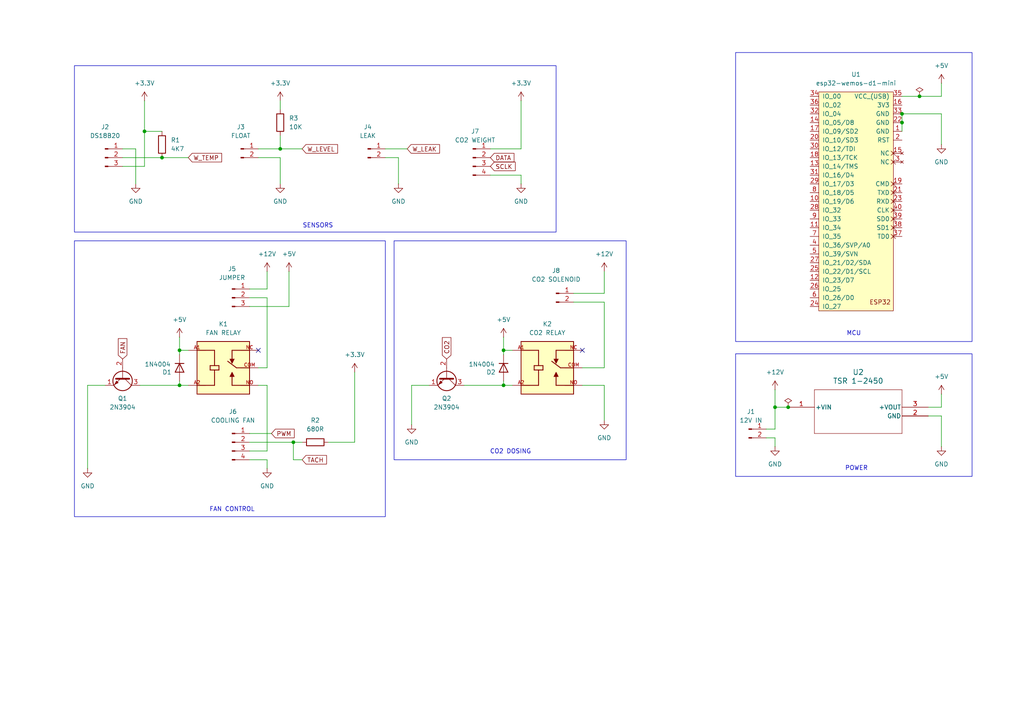
<source format=kicad_sch>
(kicad_sch (version 20250114) (generator "eeschema") (generator_version "9.0")
  (paper "A4")
  (lib_symbols
    (symbol "2026-02-07_07-09-34:TSR_1-2450" (pin_names (offset 0.254))
      (property "Reference" "U" (at 20.32 10.16 0))
      (property "Value" "TSR 1-2450" (at 20.32 7.62 0))
      (symbol "TSR_1-2450_0_1"
        (polyline (pts (xy 7.62 5.08) (xy 7.62 -7.62)) (stroke (width 0.127)))
        (polyline (pts (xy 7.62 -7.62) (xy 33.02 -7.62)) (stroke (width 0.127)))
        (polyline (pts (xy 33.02 5.08) (xy 7.62 5.08)) (stroke (width 0.127)))
        (polyline (pts (xy 33.02 -7.62) (xy 33.02 5.08)) (stroke (width 0.127)))
        (pin power_in line (at 0 0 0) (length 7.62) (name "+VIN") (number "1"))
        (pin power_in line (at 40.64 0 180) (length 7.62) (name "+VOUT") (number "3"))
        (pin power_out line (at 40.64 -2.54 180) (length 7.62) (name "GND") (number "2"))
      )
    )
    (symbol "Connector:Conn_01x02_Pin" (pin_names (offset 1.016) (hide yes))
      (property "Reference" "J" (at 0 2.54 0))
      (property "Value" "Conn_01x02_Pin" (at 0 -5.08 0))
      (symbol "Conn_01x02_Pin_1_1"
        (rectangle (start 0.8636 0.127) (end 0 -0.127) (stroke (width 0.1524)) (fill (type outline)))
        (rectangle (start 0.8636 -2.413) (end 0 -2.667) (stroke (width 0.1524)) (fill (type outline)))
        (polyline (pts (xy 1.27 0) (xy 0.8636 0)) (stroke (width 0.1524)))
        (polyline (pts (xy 1.27 -2.54) (xy 0.8636 -2.54)) (stroke (width 0.1524)))
        (pin passive line (at 5.08 0 180) (length 3.81) (name "Pin_1") (number "1"))
        (pin passive line (at 5.08 -2.54 180) (length 3.81) (name "Pin_2") (number "2"))
      )
    )
    (symbol "Connector:Conn_01x03_Pin" (pin_names (offset 1.016) (hide yes))
      (property "Reference" "J" (at 0 5.08 0))
      (property "Value" "Conn_01x03_Pin" (at 0 -5.08 0))
      (symbol "Conn_01x03_Pin_1_1"
        (rectangle (start 0.8636 2.667) (end 0 2.413) (stroke (width 0.1524)) (fill (type outline)))
        (rectangle (start 0.8636 0.127) (end 0 -0.127) (stroke (width 0.1524)) (fill (type outline)))
        (rectangle (start 0.8636 -2.413) (end 0 -2.667) (stroke (width 0.1524)) (fill (type outline)))
        (polyline (pts (xy 1.27 2.54) (xy 0.8636 2.54)) (stroke (width 0.1524)))
        (polyline (pts (xy 1.27 0) (xy 0.8636 0)) (stroke (width 0.1524)))
        (polyline (pts (xy 1.27 -2.54) (xy 0.8636 -2.54)) (stroke (width 0.1524)))
        (pin passive line (at 5.08 2.54 180) (length 3.81) (name "Pin_1") (number "1"))
        (pin passive line (at 5.08 0 180) (length 3.81) (name "Pin_2") (number "2"))
        (pin passive line (at 5.08 -2.54 180) (length 3.81) (name "Pin_3") (number "3"))
      )
    )
    (symbol "Connector:Conn_01x04_Pin" (pin_names (offset 1.016) (hide yes))
      (property "Reference" "J" (at 0 5.08 0))
      (property "Value" "Conn_01x04_Pin" (at 0 -7.62 0))
      (symbol "Conn_01x04_Pin_1_1"
        (rectangle (start 0.8636 2.667) (end 0 2.413) (stroke (width 0.1524)) (fill (type outline)))
        (rectangle (start 0.8636 0.127) (end 0 -0.127) (stroke (width 0.1524)) (fill (type outline)))
        (rectangle (start 0.8636 -2.413) (end 0 -2.667) (stroke (width 0.1524)) (fill (type outline)))
        (rectangle (start 0.8636 -4.953) (end 0 -5.207) (stroke (width 0.1524)) (fill (type outline)))
        (polyline (pts (xy 1.27 2.54) (xy 0.8636 2.54)) (stroke (width 0.1524)))
        (polyline (pts (xy 1.27 0) (xy 0.8636 0)) (stroke (width 0.1524)))
        (polyline (pts (xy 1.27 -2.54) (xy 0.8636 -2.54)) (stroke (width 0.1524)))
        (polyline (pts (xy 1.27 -5.08) (xy 0.8636 -5.08)) (stroke (width 0.1524)))
        (pin passive line (at 5.08 2.54 180) (length 3.81) (name "Pin_1") (number "1"))
        (pin passive line (at 5.08 0 180) (length 3.81) (name "Pin_2") (number "2"))
        (pin passive line (at 5.08 -2.54 180) (length 3.81) (name "Pin_3") (number "3"))
        (pin passive line (at 5.08 -5.08 180) (length 3.81) (name "Pin_4") (number "4"))
      )
    )
    (symbol "Device:R" (pin_numbers (hide yes)) (pin_names (offset 0))
      (property "Reference" "R" (at 2.032 0 90))
      (property "Value" "R" (at 0 0 90))
      (symbol "R_0_1"
        (rectangle (start -1.016 -2.54) (end 1.016 2.54) (stroke (width 0.254)))
      )
      (symbol "R_1_1"
        (pin passive line (at 0 3.81 270) (length 1.27) (name "~") (number "1"))
        (pin passive line (at 0 -3.81 90) (length 1.27) (name "~") (number "2"))
      )
    )
    (symbol "Diode:1N4004" (pin_numbers (hide yes)) (pin_names (hide yes))
      (property "Reference" "D" (at 0 2.54 0))
      (property "Value" "1N4004" (at 0 -2.54 0))
      (symbol "1N4004_0_1"
        (polyline (pts (xy -1.27 1.27) (xy -1.27 -1.27)) (stroke (width 0.254)))
        (polyline (pts (xy 1.27 1.27) (xy 1.27 -1.27) (xy -1.27 0) (xy 1.27 1.27)) (stroke (width 0.254)))
        (polyline (pts (xy 1.27 0) (xy -1.27 0)))
      )
      (symbol "1N4004_1_1"
        (pin passive line (at -3.81 0 0) (length 2.54) (name "K") (number "1"))
        (pin passive line (at 3.81 0 180) (length 2.54) (name "A") (number "2"))
      )
    )
    (symbol "PR12-5V-360-1C:PR12-5V-360-1C" (pin_names (offset 1.016))
      (property "Reference" "K" (at -7.62 8.89 0))
      (property "Value" "PR12-5V-360-1C" (at -7.62 -10.16 0))
      (symbol "PR12-5V-360-1C_0_0"
        (polyline (pts (xy -7.62 5.08) (xy -2.54 5.08)) (stroke (width 0.254)))
        (polyline (pts (xy -7.62 -5.08) (xy -2.54 -5.08)) (stroke (width 0.254)))
        (rectangle (start -7.62 -7.62) (end 7.62 7.62) (stroke (width 0.254)) (fill (type background)))
        (polyline (pts (xy -3.81 0.635) (xy -2.54 0.635)) (stroke (width 0.254)))
        (polyline (pts (xy -3.81 -0.635) (xy -3.81 0.635)) (stroke (width 0.254)))
        (polyline (pts (xy -2.54 5.08) (xy -2.54 0.635)) (stroke (width 0.254)))
        (polyline (pts (xy -2.54 0.635) (xy -1.27 0.635)) (stroke (width 0.254)))
        (polyline (pts (xy -2.54 -0.635) (xy -3.81 -0.635)) (stroke (width 0.254)))
        (polyline (pts (xy -2.54 -0.635) (xy -2.54 -5.08)) (stroke (width 0.254)))
        (polyline (pts (xy -1.27 0.635) (xy -1.27 -0.635)) (stroke (width 0.254)))
        (polyline (pts (xy -1.27 -0.635) (xy -2.54 -0.635)) (stroke (width 0.254)))
        (polyline (pts (xy 1.905 -2.54) (xy 3.175 -2.54) (xy 2.54 -1.27) (xy 1.905 -2.54)) (stroke (width 0.1524)) (fill (type outline)))
        (polyline (pts (xy 2.54 5.08) (xy 2.54 2.54)) (stroke (width 0.254)))
        (polyline (pts (xy 2.54 5.08) (xy 7.62 5.08)) (stroke (width 0.254)))
        (polyline (pts (xy 2.54 -5.08) (xy 2.54 -2.54)) (stroke (width 0.254)))
        (polyline (pts (xy 3.175 2.54) (xy 1.905 2.54) (xy 2.54 1.27) (xy 3.175 2.54)) (stroke (width 0.1524)) (fill (type outline)))
        (polyline (pts (xy 3.81 0) (xy 1.27 1.905)) (stroke (width 0.254)))
        (polyline (pts (xy 7.62 0) (xy 3.81 0)) (stroke (width 0.254)))
        (polyline (pts (xy 7.62 -5.08) (xy 2.54 -5.08)) (stroke (width 0.254)))
        (pin passive line (at -10.16 5.08 0) (length 5.08) (name "~") (number "A1"))
        (pin passive line (at -10.16 -5.08 0) (length 5.08) (name "~") (number "A2"))
        (pin passive line (at 10.16 5.08 180) (length 5.08) (name "~") (number "NC"))
        (pin passive line (at 10.16 0 180) (length 5.08) (name "~") (number "COM"))
        (pin passive line (at 10.16 -5.08 180) (length 5.08) (name "~") (number "NO"))
      )
    )
    (symbol "Transistor_BJT:2N3904" (pin_names (offset 0) (hide yes))
      (property "Reference" "Q" (at 5.08 1.905 0))
      (property "Value" "2N3904" (at 5.08 0 0))
      (symbol "2N3904_0_1"
        (polyline (pts (xy -2.54 0) (xy 0.635 0)))
        (polyline (pts (xy 0.635 1.905) (xy 0.635 -1.905)) (stroke (width 0.508)))
        (circle (center 1.27 0) (radius 2.8194) (stroke (width 0.254)))
      )
      (symbol "2N3904_1_1"
        (polyline (pts (xy 0.635 0.635) (xy 2.54 2.54)))
        (polyline (pts (xy 0.635 -0.635) (xy 2.54 -2.54)))
        (polyline (pts (xy 1.27 -1.778) (xy 1.778 -1.27) (xy 2.286 -2.286) (xy 1.27 -1.778)) (fill (type outline)))
        (pin input line (at -5.08 0 0) (length 2.54) (name "B") (number "2"))
        (pin passive line (at 2.54 5.08 270) (length 2.54) (name "C") (number "3"))
        (pin passive line (at 2.54 -5.08 90) (length 2.54) (name "E") (number "1"))
      )
    )
    (symbol "esp32-wemos-d1-mini:esp32-wemos-d1-mini" (pin_names (offset 1.016))
      (property "Reference" "U" (at -7.62 -50.8 0))
      (property "Value" "esp32-wemos-d1-mini" (at 5.08 -59.69 0))
      (symbol "esp32-wemos-d1-mini_0_0"
        (text "ESP32" (at 7.62 -62.23 0) (effects (font (size 1.27 1.27))))
        (pin bidirectional line (at -12.7 -45.72 0) (length 2.54) (name "IO_36/SVP/A0") (number "4"))
        (pin bidirectional line (at -12.7 -48.26 0) (length 2.54) (name "IO_39/SVN") (number "5"))
        (pin power_in line (at 13.97 -12.7 180) (length 2.54) (name "GND") (number "1"))
        (pin input line (at 13.97 -15.24 180) (length 2.54) (name "RST") (number "2"))
        (pin no_connect non_logic (at 13.97 -21.59 180) (length 2.54) (name "NC") (number "3"))
      )
      (symbol "esp32-wemos-d1-mini_0_1"
        (rectangle (start -10.16 -1.27) (end 11.43 -64.77) (fill (type background)))
      )
      (symbol "esp32-wemos-d1-mini_1_1"
        (pin bidirectional line (at -12.7 -2.54 0) (length 2.54) (name "IO_00") (number "34"))
        (pin bidirectional line (at -12.7 -5.08 0) (length 2.54) (name "IO_02") (number "36"))
        (pin bidirectional line (at -12.7 -7.62 0) (length 2.54) (name "IO_04") (number "32"))
        (pin bidirectional line (at -12.7 -10.16 0) (length 2.54) (name "IO_05/D8") (number "14"))
        (pin bidirectional line (at -12.7 -12.7 0) (length 2.54) (name "IO_09/SD2") (number "17"))
        (pin bidirectional line (at -12.7 -15.24 0) (length 2.54) (name "IO_10/SD3") (number "20"))
        (pin bidirectional line (at -12.7 -17.78 0) (length 2.54) (name "IO_12/TDI") (number "30"))
        (pin bidirectional line (at -12.7 -20.32 0) (length 2.54) (name "IO_13/TCK") (number "18"))
        (pin bidirectional line (at -12.7 -22.86 0) (length 2.54) (name "IO_14/TMS") (number "13"))
        (pin bidirectional line (at -12.7 -25.4 0) (length 2.54) (name "IO_16/D4") (number "31"))
        (pin bidirectional line (at -12.7 -27.94 0) (length 2.54) (name "IO_17/D3") (number "29"))
        (pin bidirectional line (at -12.7 -30.48 0) (length 2.54) (name "IO_18/D5") (number "8"))
        (pin bidirectional line (at -12.7 -33.02 0) (length 2.54) (name "IO_19/D6") (number "10"))
        (pin bidirectional line (at -12.7 -35.56 0) (length 2.54) (name "IO_32") (number "28"))
        (pin bidirectional line (at -12.7 -38.1 0) (length 2.54) (name "IO_33") (number "9"))
        (pin bidirectional line (at -12.7 -40.64 0) (length 2.54) (name "IO_34") (number "11"))
        (pin bidirectional line (at -12.7 -43.18 0) (length 2.54) (name "IO_35") (number "7"))
        (pin bidirectional line (at -12.7 -50.8 0) (length 2.54) (name "IO_21/D2/SDA") (number "27"))
        (pin bidirectional line (at -12.7 -53.34 0) (length 2.54) (name "IO_22/D1/SCL") (number "25"))
        (pin bidirectional line (at -12.7 -55.88 0) (length 2.54) (name "IO_23/D7") (number "12"))
        (pin bidirectional line (at -12.7 -58.42 0) (length 2.54) (name "IO_25") (number "26"))
        (pin bidirectional line (at -12.7 -60.96 0) (length 2.54) (name "IO_26/D0") (number "6"))
        (pin bidirectional line (at -12.7 -63.5 0) (length 2.54) (name "IO_27") (number "24"))
        (pin power_in line (at 13.97 -2.54 180) (length 2.54) (name "VCC_(USB)") (number "35"))
        (pin power_in line (at 13.97 -5.08 180) (length 2.54) (name "3V3") (number "16"))
        (pin power_in line (at 13.97 -7.62 180) (length 2.54) (name "GND") (number "33"))
        (pin power_in line (at 13.97 -10.16 180) (length 2.54) (name "GND") (number "22"))
        (pin no_connect non_logic (at 13.97 -19.05 180) (length 2.54) (name "NC") (number "15"))
        (pin passive non_logic (at 13.97 -27.94 180) (length 2.54) (name "CMD") (number "19"))
        (pin passive non_logic (at 13.97 -30.48 180) (length 2.54) (name "TXD") (number "21"))
        (pin passive non_logic (at 13.97 -33.02 180) (length 2.54) (name "RXD") (number "23"))
        (pin passive non_logic (at 13.97 -35.56 180) (length 2.54) (name "CLK") (number "40"))
        (pin passive non_logic (at 13.97 -38.1 180) (length 2.54) (name "SD0") (number "39"))
        (pin passive non_logic (at 13.97 -40.64 180) (length 2.54) (name "SD1") (number "38"))
        (pin passive non_logic (at 13.97 -43.18 180) (length 2.54) (name "TD0") (number "37"))
      )
    )
    (symbol "power:+12V" (power) (pin_numbers (hide yes)) (pin_names (offset 0) (hide yes))
      (property "Value" "+12V" (at 0 3.556 0))
      (symbol "+12V_0_1"
        (polyline (pts (xy -0.762 1.27) (xy 0 2.54)))
        (polyline (pts (xy 0 2.54) (xy 0.762 1.27)))
        (polyline (pts (xy 0 0) (xy 0 2.54)))
      )
      (symbol "+12V_1_1"
        (pin power_in line (at 0 0 90) (length 0) (name "~") (number "1"))
      )
    )
    (symbol "power:+3.3V" (power) (pin_numbers (hide yes)) (pin_names (offset 0) (hide yes))
      (property "Value" "+3.3V" (at 0 3.556 0))
      (symbol "+3.3V_0_1"
        (polyline (pts (xy -0.762 1.27) (xy 0 2.54)))
        (polyline (pts (xy 0 2.54) (xy 0.762 1.27)))
        (polyline (pts (xy 0 0) (xy 0 2.54)))
      )
      (symbol "+3.3V_1_1"
        (pin power_in line (at 0 0 90) (length 0) (name "~") (number "1"))
      )
    )
    (symbol "power:+5V" (power) (pin_numbers (hide yes)) (pin_names (offset 0) (hide yes))
      (property "Value" "+5V" (at 0 3.556 0))
      (symbol "+5V_0_1"
        (polyline (pts (xy -0.762 1.27) (xy 0 2.54)))
        (polyline (pts (xy 0 2.54) (xy 0.762 1.27)))
        (polyline (pts (xy 0 0) (xy 0 2.54)))
      )
      (symbol "+5V_1_1"
        (pin power_in line (at 0 0 90) (length 0) (name "~") (number "1"))
      )
    )
    (symbol "power:GND" (power) (pin_numbers (hide yes)) (pin_names (offset 0) (hide yes))
      (property "Value" "GND" (at 0 -3.81 0))
      (symbol "GND_0_1"
        (polyline (pts (xy 0 0) (xy 0 -1.27) (xy 1.27 -1.27) (xy 0 -2.54) (xy -1.27 -1.27) (xy 0 -1.27)))
      )
      (symbol "GND_1_1"
        (pin power_in line (at 0 0 270) (length 0) (name "~") (number "1"))
      )
    )
    (symbol "power:PWR_FLAG" (power) (pin_numbers (hide yes)) (pin_names (offset 0) (hide yes))
      (property "Value" "PWR_FLAG" (at 0 3.81 0))
      (symbol "PWR_FLAG_0_0"
        (pin power_out line (at 0 0 90) (length 0) (name "~") (number "1"))
      )
      (symbol "PWR_FLAG_0_1"
        (polyline (pts (xy 0 0) (xy 0 1.27) (xy -1.016 1.905) (xy 0 2.54) (xy 1.016 1.905) (xy 0 1.27)))
      )
    )
  )
  (rectangle (start 21.59 69.85) (end 111.76 149.86))
  (rectangle (start 21.59 19.05) (end 161.29 67.31))
  (rectangle (start 213.36 102.616) (end 281.94 138.176))
  (rectangle (start 114.3 69.85) (end 181.61 133.35))
  (rectangle (start 213.36 15.24) (end 281.94 99.06))
  (text "FAN CONTROL" (at 67.31 147.828 0) (effects (font (size 1.27 1.27))))
  (text "CO2 DOSING" (at 148.082 131.064 0) (effects (font (size 1.27 1.27))))
  (text "POWER" (at 248.412 135.89 0) (effects (font (size 1.27 1.27))))
  (text "MCU" (at 247.65 96.774 0) (effects (font (size 1.27 1.27))))
  (text "SENSORS" (at 92.202 65.532 0) (effects (font (size 1.27 1.27))))
  (junction (at 261.62 33.02))
  (junction (at 228.6 118.11))
  (junction (at 81.28 43.18))
  (junction (at 146.05 111.76))
  (junction (at 224.79 118.11))
  (junction (at 52.07 111.76))
  (junction (at 146.05 101.6))
  (junction (at 85.09 128.27))
  (junction (at 46.99 45.72))
  (junction (at 52.07 101.6))
  (junction (at 266.7 27.94))
  (junction (at 261.62 35.56))
  (junction (at 41.91 38.1))
  (no_connect (at 74.93 101.6))
  (no_connect (at 168.91 101.6))
  (wire (pts (xy 111.76 45.72) (xy 115.57 45.72)))
  (wire (pts (xy 175.26 78.74) (xy 175.26 85.09)))
  (wire (pts (xy 46.99 45.72) (xy 54.61 45.72)))
  (wire (pts (xy 95.25 128.27) (xy 102.87 128.27)))
  (wire (pts (xy 81.28 31.75) (xy 81.28 29.21)))
  (wire (pts (xy 77.47 133.35) (xy 77.47 135.89)))
  (wire (pts (xy 151.13 43.18) (xy 151.13 29.21)))
  (wire (pts (xy 222.25 127) (xy 224.79 127)))
  (wire (pts (xy 175.26 111.76) (xy 175.26 121.92)))
  (wire (pts (xy 222.25 124.46) (xy 224.79 124.46)))
  (wire (pts (xy 146.05 101.6) (xy 148.59 101.6)))
  (wire (pts (xy 35.56 43.18) (xy 39.37 43.18)))
  (wire (pts (xy 102.87 128.27) (xy 102.87 107.95)))
  (wire (pts (xy 166.37 85.09) (xy 175.26 85.09)))
  (wire (pts (xy 224.79 118.11) (xy 224.79 124.46)))
  (wire (pts (xy 142.24 50.8) (xy 151.13 50.8)))
  (wire (pts (xy 261.62 33.02) (xy 261.62 35.56)))
  (wire (pts (xy 52.07 97.79) (xy 52.07 101.6)))
  (wire (pts (xy 74.93 43.18) (xy 81.28 43.18)))
  (wire (pts (xy 83.82 88.9) (xy 83.82 78.74)))
  (wire (pts (xy 175.26 87.63) (xy 166.37 87.63)))
  (wire (pts (xy 25.4 111.76) (xy 30.48 111.76)))
  (wire (pts (xy 81.28 39.37) (xy 81.28 43.18)))
  (wire (pts (xy 261.62 27.94) (xy 266.7 27.94)))
  (wire (pts (xy 74.93 111.76) (xy 77.47 111.76)))
  (wire (pts (xy 52.07 111.76) (xy 54.61 111.76)))
  (wire (pts (xy 35.56 48.26) (xy 41.91 48.26)))
  (wire (pts (xy 146.05 111.76) (xy 148.59 111.76)))
  (wire (pts (xy 224.79 113.03) (xy 224.79 118.11)))
  (wire (pts (xy 72.39 128.27) (xy 85.09 128.27)))
  (wire (pts (xy 74.93 45.72) (xy 81.28 45.72)))
  (wire (pts (xy 261.62 35.56) (xy 261.62 38.1)))
  (wire (pts (xy 77.47 86.36) (xy 77.47 106.68)))
  (wire (pts (xy 39.37 43.18) (xy 39.37 53.34)))
  (wire (pts (xy 41.91 38.1) (xy 46.99 38.1)))
  (wire (pts (xy 72.39 86.36) (xy 77.47 86.36)))
  (wire (pts (xy 77.47 78.74) (xy 77.47 83.82)))
  (wire (pts (xy 81.28 43.18) (xy 87.63 43.18)))
  (wire (pts (xy 85.09 128.27) (xy 85.09 133.35)))
  (wire (pts (xy 111.76 43.18) (xy 118.11 43.18)))
  (wire (pts (xy 168.91 106.68) (xy 175.26 106.68)))
  (wire (pts (xy 52.07 110.49) (xy 52.07 111.76)))
  (wire (pts (xy 146.05 110.49) (xy 146.05 111.76)))
  (wire (pts (xy 273.05 118.11) (xy 273.05 114.3)))
  (wire (pts (xy 52.07 101.6) (xy 54.61 101.6)))
  (wire (pts (xy 146.05 102.87) (xy 146.05 101.6)))
  (wire (pts (xy 35.56 45.72) (xy 46.99 45.72)))
  (wire (pts (xy 261.62 33.02) (xy 273.05 33.02)))
  (wire (pts (xy 41.91 38.1) (xy 41.91 48.26)))
  (wire (pts (xy 85.09 128.27) (xy 87.63 128.27)))
  (wire (pts (xy 142.24 43.18) (xy 151.13 43.18)))
  (wire (pts (xy 224.79 118.11) (xy 228.6 118.11)))
  (wire (pts (xy 72.39 130.81) (xy 77.47 130.81)))
  (wire (pts (xy 224.79 129.54) (xy 224.79 127)))
  (wire (pts (xy 119.38 111.76) (xy 124.46 111.76)))
  (wire (pts (xy 273.05 33.02) (xy 273.05 41.91)))
  (wire (pts (xy 266.7 27.94) (xy 273.05 27.94)))
  (wire (pts (xy 81.28 45.72) (xy 81.28 53.34)))
  (wire (pts (xy 175.26 106.68) (xy 175.26 87.63)))
  (wire (pts (xy 85.09 133.35) (xy 87.63 133.35)))
  (wire (pts (xy 40.64 111.76) (xy 52.07 111.76)))
  (wire (pts (xy 52.07 102.87) (xy 52.07 101.6)))
  (wire (pts (xy 74.93 106.68) (xy 77.47 106.68)))
  (wire (pts (xy 72.39 125.73) (xy 78.74 125.73)))
  (wire (pts (xy 25.4 135.89) (xy 25.4 111.76)))
  (wire (pts (xy 115.57 45.72) (xy 115.57 53.34)))
  (wire (pts (xy 146.05 97.79) (xy 146.05 101.6)))
  (wire (pts (xy 273.05 27.94) (xy 273.05 24.13)))
  (wire (pts (xy 72.39 83.82) (xy 77.47 83.82)))
  (wire (pts (xy 269.24 120.65) (xy 273.05 120.65)))
  (wire (pts (xy 72.39 88.9) (xy 83.82 88.9)))
  (wire (pts (xy 41.91 38.1) (xy 41.91 29.21)))
  (wire (pts (xy 72.39 133.35) (xy 77.47 133.35)))
  (wire (pts (xy 134.62 111.76) (xy 146.05 111.76)))
  (wire (pts (xy 168.91 111.76) (xy 175.26 111.76)))
  (wire (pts (xy 273.05 120.65) (xy 273.05 129.54)))
  (wire (pts (xy 151.13 50.8) (xy 151.13 53.34)))
  (wire (pts (xy 77.47 130.81) (xy 77.47 111.76)))
  (wire (pts (xy 269.24 118.11) (xy 273.05 118.11)))
  (wire (pts (xy 119.38 123.19) (xy 119.38 111.76)))
  (global_label "W_TEMP" (shape input) (at 54.61 45.72 0) (property "Intersheetrefs" "${INTERSHEET_REFS}" (effects (hide yes))))
  (global_label "CO2" (shape input) (at 129.54 104.14 90) (property "Intersheetrefs" "${INTERSHEET_REFS}" (effects (hide yes))))
  (global_label "FAN" (shape input) (at 35.56 104.14 90) (property "Intersheetrefs" "${INTERSHEET_REFS}" (effects (hide yes))))
  (global_label "DATA" (shape input) (at 142.24 45.72 0) (property "Intersheetrefs" "${INTERSHEET_REFS}" (effects (hide yes))))
  (global_label "W_LEAK" (shape input) (at 118.11 43.18 0) (property "Intersheetrefs" "${INTERSHEET_REFS}" (effects (hide yes))))
  (global_label "PWM" (shape input) (at 78.74 125.73 0) (property "Intersheetrefs" "${INTERSHEET_REFS}" (effects (hide yes))))
  (global_label "SCLK" (shape input) (at 142.24 48.26 0) (property "Intersheetrefs" "${INTERSHEET_REFS}" (effects (hide yes))))
  (global_label "W_LEVEL" (shape input) (at 87.63 43.18 0) (property "Intersheetrefs" "${INTERSHEET_REFS}" (effects (hide yes))))
  (global_label "TACH" (shape input) (at 87.63 133.35 0) (property "Intersheetrefs" "${INTERSHEET_REFS}" (effects (hide yes))))
  (symbol (lib_id "power:+12V") (at 77.47 78.74 0) (unit 1)
    (property "Reference" "#PWR08" (effects (hide yes)))
    (property "Value" "+12V" (at 77.47 73.66 0))
    (property "Description" "Power symbol creates a global label with name \"+12V\"" (effects (hide yes)))
  )
  (symbol (lib_id "power:+12V") (at 175.26 78.74 0) (unit 1)
    (property "Reference" "#PWR020" (effects (hide yes)))
    (property "Value" "+12V" (at 175.26 73.66 0))
    (property "Description" "Power symbol creates a global label with name \"+12V\"" (effects (hide yes)))
  )
  (symbol (lib_id "power:+3.3V") (at 102.87 107.95 0) (unit 1)
    (property "Reference" "#PWR09" (effects (hide yes)))
    (property "Value" "+3.3V" (at 102.87 102.87 0))
    (property "Description" "Power symbol creates a global label with name \"+3.3V\"" (effects (hide yes)))
  )
  (symbol (lib_id "PR12-5V-360-1C:PR12-5V-360-1C") (at 158.75 106.68 0) (unit 1)
    (property "Reference" "K2" (at 158.75 93.98 0))
    (property "Value" "CO2 RELAY" (at 158.75 96.52 0))
    (property "Footprint" "PR12-5V-360-1C:RELAY_PR12-5V-360-1C" (effects (hide yes)))
    (property "PARTREV" "1.0" (effects (hide yes)))
    (property "STANDARD" "Manufacturer Recommendations" (effects (hide yes)))
    (property "SNAPEDA_PN" "PR12-5V-360-1C" (effects (hide yes)))
    (property "MAXIMUM_PACKAGE_HEIGHT" "16.1mm" (effects (hide yes)))
    (property "MANUFACTURER" "CUI devices" (effects (hide yes)))
  )
  (symbol (lib_id "power:PWR_FLAG") (at 266.7 27.94 0) (unit 1)
    (property "Reference" "#FLG02" (effects (hide yes)))
    (property "Value" "PWR_FLAG" (effects (hide yes)))
    (property "Description" "Special symbol for telling ERC where power comes from" (effects (hide yes)))
  )
  (symbol (lib_id "Connector:Conn_01x04_Pin") (at 137.16 45.72 0) (unit 1)
    (property "Reference" "J7" (at 137.795 38.1 0))
    (property "Value" "CO2 WEIGHT" (at 137.795 40.64 0))
    (property "Description" "Generic connector, single row, 01x04, script generated" (effects (hide yes)))
  )
  (symbol (lib_id "power:+5V") (at 273.05 24.13 0) (unit 1)
    (property "Reference" "#PWR01" (effects (hide yes)))
    (property "Value" "+5V" (at 273.05 19.05 0))
    (property "Description" "Power symbol creates a global label with name \"+5V\"" (effects (hide yes)))
  )
  (symbol (lib_id "Connector:Conn_01x02_Pin") (at 69.85 43.18 0) (unit 1)
    (property "Reference" "J3" (at 69.85 36.83 0))
    (property "Value" "FLOAT" (at 69.85 39.37 0))
    (property "Footprint" "Connector_JST:JST_XH_B2B-XH-A_1x02_P2.50mm_Vertical" (effects (hide yes)))
    (property "Description" "Generic connector, single row, 01x02, script generated" (effects (hide yes)))
  )
  (symbol (lib_id "Device:R") (at 81.28 35.56 180) (unit 1)
    (property "Reference" "R3" (at 83.82 34.2899 0) (effects (justify right)))
    (property "Value" "10K" (at 83.82 36.8299 0) (effects (justify right)))
    (property "Footprint" "Resistor_THT:R_Axial_DIN0204_L3.6mm_D1.6mm_P7.62mm_Horizontal" (effects (hide yes)))
    (property "Description" "Resistor" (effects (hide yes)))
  )
  (symbol (lib_id "PR12-5V-360-1C:PR12-5V-360-1C") (at 64.77 106.68 0) (unit 1)
    (property "Reference" "K1" (at 64.77 93.98 0))
    (property "Value" "FAN RELAY" (at 64.77 96.52 0))
    (property "Footprint" "PR12-5V-360-1C:RELAY_PR12-5V-360-1C" (effects (hide yes)))
    (property "PARTREV" "1.0" (effects (hide yes)))
    (property "STANDARD" "Manufacturer Recommendations" (effects (hide yes)))
    (property "SNAPEDA_PN" "PR12-5V-360-1C" (effects (hide yes)))
    (property "MAXIMUM_PACKAGE_HEIGHT" "16.1mm" (effects (hide yes)))
    (property "MANUFACTURER" "CUI devices" (effects (hide yes)))
  )
  (symbol (lib_id "power:+3.3V") (at 41.91 29.21 0) (unit 1)
    (property "Reference" "#PWR025" (effects (hide yes)))
    (property "Value" "+3.3V" (at 41.91 24.13 0))
    (property "Description" "Power symbol creates a global label with name \"+3.3V\"" (effects (hide yes)))
  )
  (symbol (lib_id "Device:R") (at 91.44 128.27 90) (unit 1)
    (property "Reference" "R2" (at 91.44 121.92 90))
    (property "Value" "680R" (at 91.44 124.46 90))
    (property "Description" "Resistor" (effects (hide yes)))
  )
  (symbol (lib_id "Transistor_BJT:2N3904") (at 129.54 109.22 270) (unit 1)
    (property "Reference" "Q2" (at 129.54 115.57 90))
    (property "Value" "2N3904" (at 129.54 118.11 90))
    (property "Footprint" "Package_TO_SOT_THT:TO-92_Inline" (effects (hide yes)))
    (property "Datasheet" "https://www.onsemi.com/pub/Collateral/2N3903-D.PDF" (effects (hide yes)))
    (property "Description" "0.2A Ic, 40V Vce, Small Signal NPN Transistor, TO-92" (effects (hide yes)))
    (property "Sim.Device" "NPN" (effects (hide yes)))
    (property "Sim.Pins" "1=E 2=B 3=C" (effects (hide yes)))
  )
  (symbol (lib_id "power:+5V") (at 273.05 114.3 0) (unit 1)
    (property "Reference" "#PWR02" (effects (hide yes)))
    (property "Value" "+5V" (at 273.05 109.22 0))
    (property "Description" "Power symbol creates a global label with name \"+5V\"" (effects (hide yes)))
  )
  (symbol (lib_id "Diode:1N4004") (at 146.05 106.68 270) (unit 1)
    (property "Reference" "D2" (at 143.764 107.95 90) (effects (justify right)))
    (property "Value" "1N4004" (at 143.51 105.664 90) (effects (justify right)))
    (property "Footprint" "Diode_THT:D_DO-41_SOD81_P10.16mm_Horizontal" (effects (hide yes)))
    (property "Datasheet" "http://www.vishay.com/docs/88503/1n4001.pdf" (effects (hide yes)))
    (property "Description" "400V 1A General Purpose Rectifier Diode, DO-41" (effects (hide yes)))
    (property "Sim.Device" "D" (effects (hide yes)))
    (property "Sim.Pins" "1=K 2=A" (effects (hide yes)))
  )
  (symbol (lib_id "power:GND") (at 175.26 121.92 0) (unit 1)
    (property "Reference" "#PWR018" (effects (hide yes)))
    (property "Value" "GND" (at 175.26 127 0))
    (property "Description" "Power symbol creates a global label with name \"GND\" , ground" (effects (hide yes)))
  )
  (symbol (lib_id "power:GND") (at 273.05 41.91 0) (unit 1)
    (property "Reference" "#PWR04" (effects (hide yes)))
    (property "Value" "GND" (at 273.05 46.99 0))
    (property "Description" "Power symbol creates a global label with name \"GND\" , ground" (effects (hide yes)))
  )
  (symbol (lib_id "power:GND") (at 81.28 53.34 0) (unit 1)
    (property "Reference" "#PWR011" (effects (hide yes)))
    (property "Value" "GND" (at 81.28 58.42 0))
    (property "Description" "Power symbol creates a global label with name \"GND\" , ground" (effects (hide yes)))
  )
  (symbol (lib_id "power:GND") (at 151.13 53.34 0) (unit 1)
    (property "Reference" "#PWR017" (effects (hide yes)))
    (property "Value" "GND" (at 151.13 58.42 0))
    (property "Description" "Power symbol creates a global label with name \"GND\" , ground" (effects (hide yes)))
  )
  (symbol (lib_id "Diode:1N4004") (at 52.07 106.68 270) (unit 1)
    (property "Reference" "D1" (at 49.784 107.95 90) (effects (justify right)))
    (property "Value" "1N4004" (at 49.53 105.664 90) (effects (justify right)))
    (property "Footprint" "Diode_THT:D_DO-41_SOD81_P10.16mm_Horizontal" (effects (hide yes)))
    (property "Datasheet" "http://www.vishay.com/docs/88503/1n4001.pdf" (effects (hide yes)))
    (property "Description" "400V 1A General Purpose Rectifier Diode, DO-41" (effects (hide yes)))
    (property "Sim.Device" "D" (effects (hide yes)))
    (property "Sim.Pins" "1=K 2=A" (effects (hide yes)))
  )
  (symbol (lib_id "Connector:Conn_01x02_Pin") (at 161.29 85.09 0) (unit 1)
    (property "Reference" "J8" (at 161.29 78.486 0))
    (property "Value" "CO2 SOLENOID" (at 161.29 81.026 0))
    (property "Description" "Generic connector, single row, 01x02, script generated" (effects (hide yes)))
  )
  (symbol (lib_id "power:+3.3V") (at 151.13 29.21 0) (unit 1)
    (property "Reference" "#PWR016" (effects (hide yes)))
    (property "Value" "+3.3V" (at 151.13 24.13 0))
    (property "Description" "Power symbol creates a global label with name \"+3.3V\"" (effects (hide yes)))
  )
  (symbol (lib_id "power:+5V") (at 146.05 97.79 0) (unit 1)
    (property "Reference" "#PWR019" (effects (hide yes)))
    (property "Value" "+5V" (at 146.05 92.71 0))
    (property "Description" "Power symbol creates a global label with name \"+5V\"" (effects (hide yes)))
  )
  (symbol (lib_id "power:+3.3V") (at 81.28 29.21 0) (unit 1)
    (property "Reference" "#PWR011" (effects (hide yes)))
    (property "Value" "+3.3V" (at 81.28 24.13 0))
    (property "Description" "Power symbol creates a global label with name \"+3.3V\"" (effects (hide yes)))
  )
  (symbol (lib_id "power:PWR_FLAG") (at 228.6 118.11 0) (unit 1)
    (property "Reference" "#FLG01" (effects (hide yes)))
    (property "Value" "PWR_FLAG" (effects (hide yes)))
    (property "Description" "Special symbol for telling ERC where power comes from" (effects (hide yes)))
  )
  (symbol (lib_id "2026-02-07_07-09-34:TSR_1-2450") (at 228.6 118.11 0) (unit 1)
    (property "Reference" "U2" (at 248.92 107.95 0) (effects (font (size 1.524 1.524))))
    (property "Value" "TSR 1-2450" (at 248.92 110.49 0) (effects (font (size 1.524 1.524))))
    (property "Footprint" "TSR1-SINGLE_TRP" (effects (hide yes)))
    (property "Datasheet" "https://tracopower.com/tsr1-datasheet/" (effects (hide yes)))
  )
  (symbol (lib_id "Connector:Conn_01x02_Pin") (at 217.17 124.46 0) (unit 1)
    (property "Reference" "J1" (at 217.805 119.38 0))
    (property "Value" "12V IN" (at 217.805 121.92 0))
    (property "Description" "Generic connector, single row, 01x02, script generated" (effects (hide yes)))
  )
  (symbol (lib_id "power:GND") (at 224.79 129.54 0) (unit 1)
    (property "Reference" "#PWR06" (effects (hide yes)))
    (property "Value" "GND" (at 224.79 134.62 0))
    (property "Description" "Power symbol creates a global label with name \"GND\" , ground" (effects (hide yes)))
  )
  (symbol (lib_id "Transistor_BJT:2N3904") (at 35.56 109.22 270) (unit 1)
    (property "Reference" "Q1" (at 35.56 115.57 90))
    (property "Value" "2N3904" (at 35.56 118.11 90))
    (property "Footprint" "Package_TO_SOT_THT:TO-92_Inline" (effects (hide yes)))
    (property "Datasheet" "https://www.onsemi.com/pub/Collateral/2N3903-D.PDF" (effects (hide yes)))
    (property "Description" "0.2A Ic, 40V Vce, Small Signal NPN Transistor, TO-92" (effects (hide yes)))
    (property "Sim.Device" "NPN" (effects (hide yes)))
    (property "Sim.Pins" "1=E 2=B 3=C" (effects (hide yes)))
  )
  (symbol (lib_id "power:+5V") (at 83.82 78.74 0) (unit 1)
    (property "Reference" "#PWR010" (effects (hide yes)))
    (property "Value" "+5V" (at 83.82 73.66 0))
    (property "Description" "Power symbol creates a global label with name \"+5V\"" (effects (hide yes)))
  )
  (symbol (lib_id "Connector:Conn_01x03_Pin") (at 67.31 86.36 0) (unit 1)
    (property "Reference" "J5" (at 67.31 77.978 0))
    (property "Value" "JUMPER" (at 67.31 80.518 0))
    (property "Description" "Generic connector, single row, 01x03, script generated" (effects (hide yes)))
  )
  (symbol (lib_id "power:+5V") (at 52.07 97.79 0) (unit 1)
    (property "Reference" "#PWR014" (effects (hide yes)))
    (property "Value" "+5V" (at 52.07 92.71 0))
    (property "Description" "Power symbol creates a global label with name \"+5V\"" (effects (hide yes)))
  )
  (symbol (lib_id "power:GND") (at 39.37 53.34 0) (unit 1)
    (property "Reference" "#PWR012" (effects (hide yes)))
    (property "Value" "GND" (at 39.37 58.42 0))
    (property "Description" "Power symbol creates a global label with name \"GND\" , ground" (effects (hide yes)))
  )
  (symbol (lib_id "power:GND") (at 77.47 135.89 0) (unit 1)
    (property "Reference" "#PWR07" (effects (hide yes)))
    (property "Value" "GND" (at 77.47 140.97 0))
    (property "Description" "Power symbol creates a global label with name \"GND\" , ground" (effects (hide yes)))
  )
  (symbol (lib_id "power:GND") (at 25.4 135.89 0) (unit 1)
    (property "Reference" "#PWR015" (effects (hide yes)))
    (property "Value" "GND" (at 25.4 140.97 0))
    (property "Description" "Power symbol creates a global label with name \"GND\" , ground" (effects (hide yes)))
  )
  (symbol (lib_id "Device:R") (at 46.99 41.91 0) (unit 1)
    (property "Reference" "R1" (at 49.53 40.6399 0) (effects (justify left)))
    (property "Value" "4K7" (at 49.53 43.1799 0) (effects (justify left)))
    (property "Footprint" "Resistor_THT:R_Axial_DIN0204_L3.6mm_D1.6mm_P7.62mm_Horizontal" (effects (hide yes)))
    (property "Description" "Resistor" (effects (hide yes)))
  )
  (symbol (lib_id "esp32-wemos-d1-mini:esp32-wemos-d1-mini") (at 247.65 25.4 0) (unit 1)
    (property "Reference" "U1" (at 248.285 21.59 0))
    (property "Value" "esp32-wemos-d1-mini" (at 248.285 24.13 0))
    (property "Footprint" "esp32-wemos-d1-mini:esp32-wemos-d1-mini" (effects (hide yes)))
  )
  (symbol (lib_id "power:+12V") (at 224.79 113.03 0) (unit 1)
    (property "Reference" "#PWR05" (effects (hide yes)))
    (property "Value" "+12V" (at 224.79 107.95 0))
    (property "Description" "Power symbol creates a global label with name \"+12V\"" (effects (hide yes)))
  )
  (symbol (lib_id "Connector:Conn_01x03_Pin") (at 30.48 45.72 0) (unit 1)
    (property "Reference" "J2" (at 30.48 36.83 0))
    (property "Value" "DS18B20" (at 30.48 39.37 0))
    (property "Footprint" "Connector_JST:JST_XH_B3B-XH-A_1x03_P2.50mm_Vertical" (effects (hide yes)))
    (property "Description" "Generic connector, single row, 01x03, script generated" (effects (hide yes)))
  )
  (symbol (lib_id "power:GND") (at 115.57 53.34 0) (unit 1)
    (property "Reference" "#PWR013" (effects (hide yes)))
    (property "Value" "GND" (at 115.57 58.42 0))
    (property "Description" "Power symbol creates a global label with name \"GND\" , ground" (effects (hide yes)))
  )
  (symbol (lib_id "power:GND") (at 119.38 123.19 0) (unit 1)
    (property "Reference" "#PWR021" (effects (hide yes)))
    (property "Value" "GND" (at 119.38 128.27 0))
    (property "Description" "Power symbol creates a global label with name \"GND\" , ground" (effects (hide yes)))
  )
  (symbol (lib_id "Connector:Conn_01x02_Pin") (at 106.68 43.18 0) (unit 1)
    (property "Reference" "J4" (at 106.68 36.83 0))
    (property "Value" "LEAK" (at 106.68 39.37 0))
    (property "Description" "Generic connector, single row, 01x02, script generated" (effects (hide yes)))
  )
  (symbol (lib_id "power:GND") (at 273.05 129.54 0) (unit 1)
    (property "Reference" "#PWR03" (effects (hide yes)))
    (property "Value" "GND" (at 273.05 134.62 0))
    (property "Description" "Power symbol creates a global label with name \"GND\" , ground" (effects (hide yes)))
  )
  (symbol (lib_id "Connector:Conn_01x04_Pin") (at 67.31 128.27 0) (unit 1)
    (property "Reference" "J6" (at 67.564 119.38 0))
    (property "Value" "COOLING FAN" (at 67.564 121.92 0))
    (property "Description" "Generic connector, single row, 01x04, script generated" (effects (hide yes)))
  )
)
</source>
